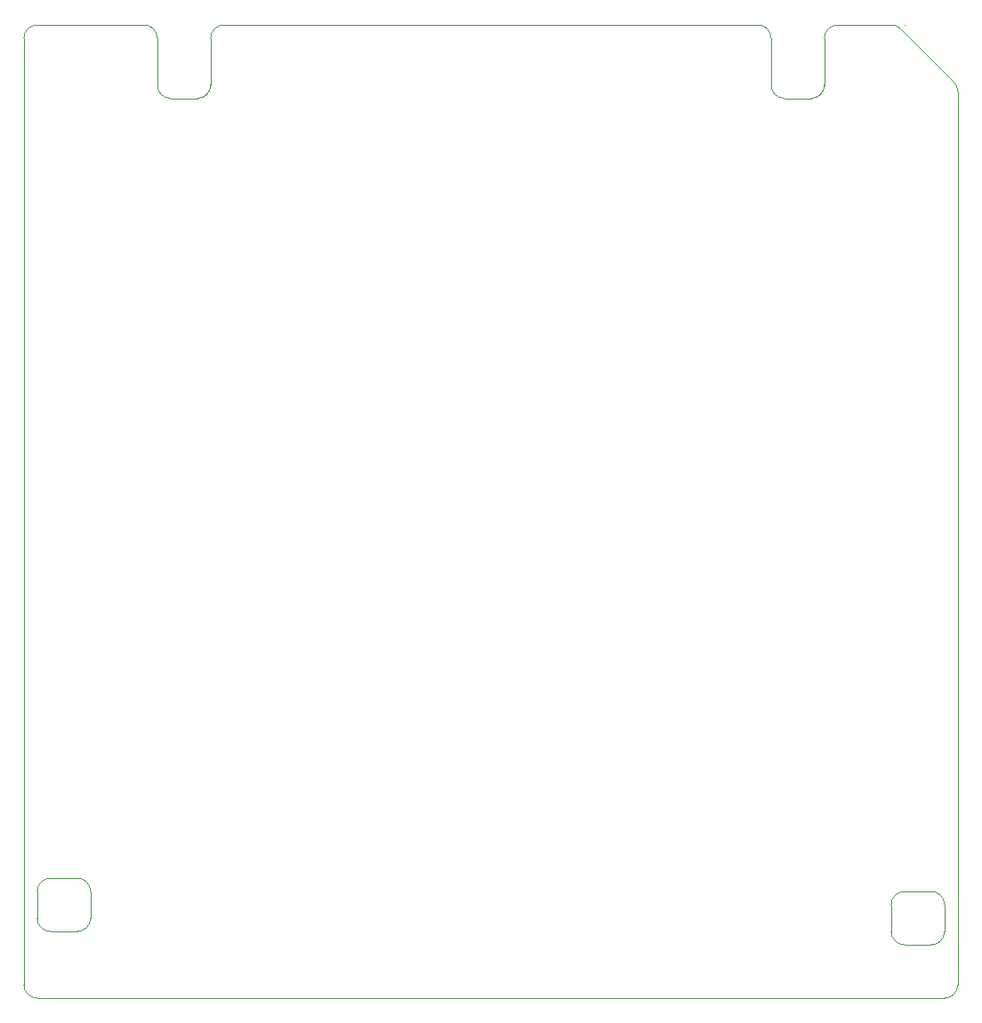
<source format=gm1>
%TF.GenerationSoftware,KiCad,Pcbnew,(6.0.5)*%
%TF.CreationDate,2022-10-23T19:39:55-05:00*%
%TF.ProjectId,floppy-console,666c6f70-7079-42d6-936f-6e736f6c652e,rev?*%
%TF.SameCoordinates,Original*%
%TF.FileFunction,Profile,NP*%
%FSLAX46Y46*%
G04 Gerber Fmt 4.6, Leading zero omitted, Abs format (unit mm)*
G04 Created by KiCad (PCBNEW (6.0.5)) date 2022-10-23 19:39:55*
%MOMM*%
%LPD*%
G01*
G04 APERTURE LIST*
%TA.AperFunction,Profile*%
%ADD10C,0.100000*%
%TD*%
%TA.AperFunction,Profile*%
%ADD11C,0.120000*%
%TD*%
G04 APERTURE END LIST*
D10*
X185420000Y-138430000D02*
G75*
G03*
X186690000Y-137160000I0J1270000D01*
G01*
X111760000Y-52070000D02*
X111760000Y-56530000D01*
X101600000Y-132080000D02*
G75*
G03*
X100330000Y-133350000I0J-1270000D01*
G01*
X187960000Y-142240000D02*
X187960000Y-57150000D01*
X185420000Y-133350000D02*
X182880000Y-133350000D01*
X186690000Y-134620000D02*
G75*
G03*
X185420000Y-133350000I-1270000J0D01*
G01*
X181610000Y-50800000D02*
X176530000Y-50800000D01*
X99060000Y-142240000D02*
G75*
G03*
X100330000Y-143510000I1270000J0D01*
G01*
X100330000Y-143510000D02*
X186690000Y-143510000D01*
X181610000Y-137160000D02*
G75*
G03*
X182880000Y-138430000I1270000J0D01*
G01*
X104140000Y-132080000D02*
X101600000Y-132080000D01*
X182508026Y-51171974D02*
G75*
G03*
X181610000Y-50800000I-898026J-898026D01*
G01*
X105410000Y-135890000D02*
X105410000Y-133350000D01*
X100330000Y-135890000D02*
G75*
G03*
X101600000Y-137160000I1270000J0D01*
G01*
X182508026Y-51171974D02*
X187588026Y-56251974D01*
X182880000Y-138430000D02*
X185420000Y-138430000D01*
X187960001Y-57150000D02*
G75*
G03*
X187588026Y-56251974I-1270001J0D01*
G01*
X181610000Y-134620000D02*
X181610000Y-137160000D01*
X182880000Y-133350000D02*
G75*
G03*
X181610000Y-134620000I0J-1270000D01*
G01*
X100330000Y-50800000D02*
X110490000Y-50800000D01*
X175260000Y-56530000D02*
X175260000Y-52070000D01*
X182880000Y-50800000D02*
X182880000Y-50800000D01*
X186690000Y-143510000D02*
G75*
G03*
X187960000Y-142240000I0J1270000D01*
G01*
X186690000Y-137160000D02*
X186690000Y-134620000D01*
X105410000Y-133350000D02*
G75*
G03*
X104140000Y-132080000I-1270000J0D01*
G01*
X104140000Y-137160000D02*
G75*
G03*
X105410000Y-135890000I0J1270000D01*
G01*
X99060000Y-52070000D02*
X99060000Y-142240000D01*
X101600000Y-137160000D02*
X104140000Y-137160000D01*
X176530000Y-50800000D02*
G75*
G03*
X175260000Y-52070000I0J-1270000D01*
G01*
X100330000Y-133350000D02*
X100330000Y-135890000D01*
X100330000Y-50800000D02*
G75*
G03*
X99060000Y-52070000I0J-1270000D01*
G01*
X111760000Y-52070000D02*
G75*
G03*
X110490000Y-50800000I-1270000J0D01*
G01*
D11*
%TO.C,U1*%
X171450000Y-57800000D02*
X173990000Y-57800000D01*
X113030000Y-57800000D02*
X115570000Y-57800000D01*
X168910000Y-50800000D02*
X118110000Y-50800000D01*
X170180000Y-56530000D02*
X170180000Y-52070000D01*
X116840000Y-52070000D02*
X116840000Y-56530000D01*
X170180000Y-52070000D02*
G75*
G03*
X168910000Y-50800000I-1270000J0D01*
G01*
X115570000Y-57800000D02*
G75*
G03*
X116840000Y-56530000I0J1270000D01*
G01*
X170180000Y-56530000D02*
G75*
G03*
X171450000Y-57800000I1270000J0D01*
G01*
X118110000Y-50800000D02*
G75*
G03*
X116840000Y-52070000I0J-1270000D01*
G01*
X173990000Y-57800000D02*
G75*
G03*
X175260000Y-56530000I0J1270000D01*
G01*
X111760000Y-56530000D02*
G75*
G03*
X113030000Y-57800000I1270000J0D01*
G01*
%TD*%
M02*

</source>
